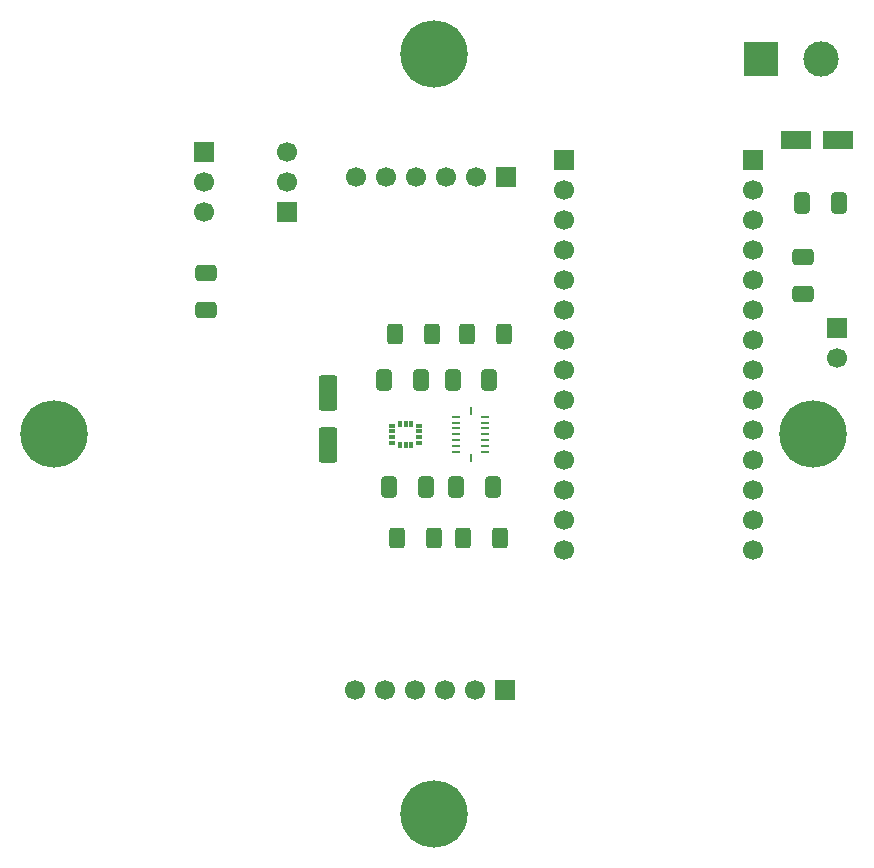
<source format=gbr>
%TF.GenerationSoftware,KiCad,Pcbnew,9.0.6*%
%TF.CreationDate,2026-01-19T06:48:40-03:00*%
%TF.ProjectId,control_dron_v5,636f6e74-726f-46c5-9f64-726f6e5f7635,rev?*%
%TF.SameCoordinates,Original*%
%TF.FileFunction,Soldermask,Top*%
%TF.FilePolarity,Negative*%
%FSLAX46Y46*%
G04 Gerber Fmt 4.6, Leading zero omitted, Abs format (unit mm)*
G04 Created by KiCad (PCBNEW 9.0.6) date 2026-01-19 06:48:40*
%MOMM*%
%LPD*%
G01*
G04 APERTURE LIST*
G04 Aperture macros list*
%AMRoundRect*
0 Rectangle with rounded corners*
0 $1 Rounding radius*
0 $2 $3 $4 $5 $6 $7 $8 $9 X,Y pos of 4 corners*
0 Add a 4 corners polygon primitive as box body*
4,1,4,$2,$3,$4,$5,$6,$7,$8,$9,$2,$3,0*
0 Add four circle primitives for the rounded corners*
1,1,$1+$1,$2,$3*
1,1,$1+$1,$4,$5*
1,1,$1+$1,$6,$7*
1,1,$1+$1,$8,$9*
0 Add four rect primitives between the rounded corners*
20,1,$1+$1,$2,$3,$4,$5,0*
20,1,$1+$1,$4,$5,$6,$7,0*
20,1,$1+$1,$6,$7,$8,$9,0*
20,1,$1+$1,$8,$9,$2,$3,0*%
G04 Aperture macros list end*
%ADD10RoundRect,0.250000X0.650000X-0.412500X0.650000X0.412500X-0.650000X0.412500X-0.650000X-0.412500X0*%
%ADD11R,0.600000X0.300000*%
%ADD12R,0.300000X0.600000*%
%ADD13R,3.000000X3.000000*%
%ADD14C,3.000000*%
%ADD15RoundRect,0.250000X0.412500X0.650000X-0.412500X0.650000X-0.412500X-0.650000X0.412500X-0.650000X0*%
%ADD16RoundRect,0.062500X0.275000X-0.062500X0.275000X0.062500X-0.275000X0.062500X-0.275000X-0.062500X0*%
%ADD17RoundRect,0.062500X0.062500X-0.275000X0.062500X0.275000X-0.062500X0.275000X-0.062500X-0.275000X0*%
%ADD18R,1.700000X1.700000*%
%ADD19C,1.700000*%
%ADD20RoundRect,0.250000X-0.400000X-0.625000X0.400000X-0.625000X0.400000X0.625000X-0.400000X0.625000X0*%
%ADD21RoundRect,0.250000X-0.550000X1.250000X-0.550000X-1.250000X0.550000X-1.250000X0.550000X1.250000X0*%
%ADD22C,5.700000*%
%ADD23RoundRect,0.250000X-0.650000X0.412500X-0.650000X-0.412500X0.650000X-0.412500X0.650000X0.412500X0*%
%ADD24RoundRect,0.250000X-0.412500X-0.650000X0.412500X-0.650000X0.412500X0.650000X-0.412500X0.650000X0*%
%ADD25RoundRect,0.250000X1.050000X0.550000X-1.050000X0.550000X-1.050000X-0.550000X1.050000X-0.550000X0*%
G04 APERTURE END LIST*
D10*
%TO.C,C1*%
X171380000Y-63892500D03*
X171380000Y-60767500D03*
%TD*%
D11*
%TO.C,AC1*%
X138877295Y-76562521D03*
X138877295Y-76062521D03*
X138877295Y-75562521D03*
X138877295Y-75062521D03*
D12*
X138227295Y-74912521D03*
X137727295Y-74912521D03*
X137227295Y-74912521D03*
D11*
X136577295Y-75062521D03*
X136577295Y-75562521D03*
X136577295Y-76062521D03*
X136577295Y-76562521D03*
D12*
X137227295Y-76712521D03*
X137727295Y-76712521D03*
X138227295Y-76712521D03*
%TD*%
D13*
%TO.C,J6*%
X167840000Y-44000000D03*
D14*
X172920000Y-44000000D03*
%TD*%
D15*
%TO.C,C7*%
X145106056Y-80230000D03*
X141981056Y-80230000D03*
%TD*%
D16*
%TO.C,U2*%
X141968556Y-77312521D03*
X141968556Y-76812521D03*
X141968556Y-76312521D03*
X141968556Y-75812521D03*
X141968556Y-75312521D03*
X141968556Y-74812521D03*
X141968556Y-74312521D03*
D17*
X143231056Y-73800021D03*
D16*
X144493556Y-74312521D03*
X144493556Y-74812521D03*
X144493556Y-75312521D03*
X144493556Y-75812521D03*
X144493556Y-76312521D03*
X144493556Y-76812521D03*
X144493556Y-77312521D03*
D17*
X143231056Y-77825021D03*
%TD*%
D18*
%TO.C,J2*%
X167165256Y-52615340D03*
D19*
X167165256Y-55155340D03*
X167165256Y-57695340D03*
X167165256Y-60235340D03*
X167165256Y-62775340D03*
X167165256Y-65315340D03*
X167165256Y-67855340D03*
X167165256Y-70395340D03*
X167165256Y-72935340D03*
X167165256Y-75475340D03*
X167165256Y-78015340D03*
X167165256Y-80555340D03*
X167165256Y-83095340D03*
X167165256Y-85635340D03*
%TD*%
D15*
%TO.C,C13*%
X139482500Y-80230000D03*
X136357500Y-80230000D03*
%TD*%
D18*
%TO.C,J3*%
X146235000Y-53990000D03*
D19*
X143695000Y-53990000D03*
X141155000Y-53990000D03*
X138615000Y-53990000D03*
X136075000Y-53990000D03*
X133535000Y-53990000D03*
%TD*%
D20*
%TO.C,R2*%
X142960000Y-67300000D03*
X146060000Y-67300000D03*
%TD*%
D21*
%TO.C,C14*%
X131160000Y-72280000D03*
X131160000Y-76680000D03*
%TD*%
D22*
%TO.C,H1*%
X140125000Y-107925000D03*
%TD*%
D20*
%TO.C,R1*%
X136850000Y-67300000D03*
X139950000Y-67300000D03*
%TD*%
D22*
%TO.C,H3*%
X108006589Y-75775000D03*
%TD*%
D23*
%TO.C,C3*%
X120825000Y-62162500D03*
X120825000Y-65287500D03*
%TD*%
D18*
%TO.C,J4*%
X146185000Y-97415000D03*
D19*
X143645000Y-97415000D03*
X141105000Y-97415000D03*
X138565000Y-97415000D03*
X136025000Y-97415000D03*
X133485000Y-97415000D03*
%TD*%
D15*
%TO.C,C2*%
X174452500Y-56191879D03*
X171327500Y-56191879D03*
%TD*%
D20*
%TO.C,R9*%
X142590000Y-84550000D03*
X145690000Y-84550000D03*
%TD*%
D22*
%TO.C,H4*%
X140125000Y-43625000D03*
%TD*%
D20*
%TO.C,R10*%
X137020000Y-84550000D03*
X140120000Y-84550000D03*
%TD*%
D22*
%TO.C,H2*%
X172243410Y-75775000D03*
%TD*%
D24*
%TO.C,C11*%
X141711056Y-71192521D03*
X144836056Y-71192521D03*
%TD*%
D18*
%TO.C,J16*%
X120625000Y-51945000D03*
D19*
X120625000Y-54485000D03*
X120625000Y-57025000D03*
%TD*%
D18*
%TO.C,J7*%
X174300000Y-66830000D03*
D19*
X174300000Y-69370000D03*
%TD*%
D18*
%TO.C,J5*%
X127650000Y-56995000D03*
D19*
X127650000Y-54455000D03*
X127650000Y-51915000D03*
%TD*%
D25*
%TO.C,C5*%
X174376006Y-50901879D03*
X170776006Y-50901879D03*
%TD*%
D18*
%TO.C,J1*%
X151165256Y-52615340D03*
D19*
X151165256Y-55155340D03*
X151165256Y-57695340D03*
X151165256Y-60235340D03*
X151165256Y-62775340D03*
X151165256Y-65315340D03*
X151165256Y-67855340D03*
X151165256Y-70395340D03*
X151165256Y-72935340D03*
X151165256Y-75475340D03*
X151165256Y-78015340D03*
X151165256Y-80555340D03*
X151165256Y-83095340D03*
X151165256Y-85635340D03*
%TD*%
D24*
%TO.C,C12*%
X135897500Y-71192521D03*
X139022500Y-71192521D03*
%TD*%
M02*

</source>
